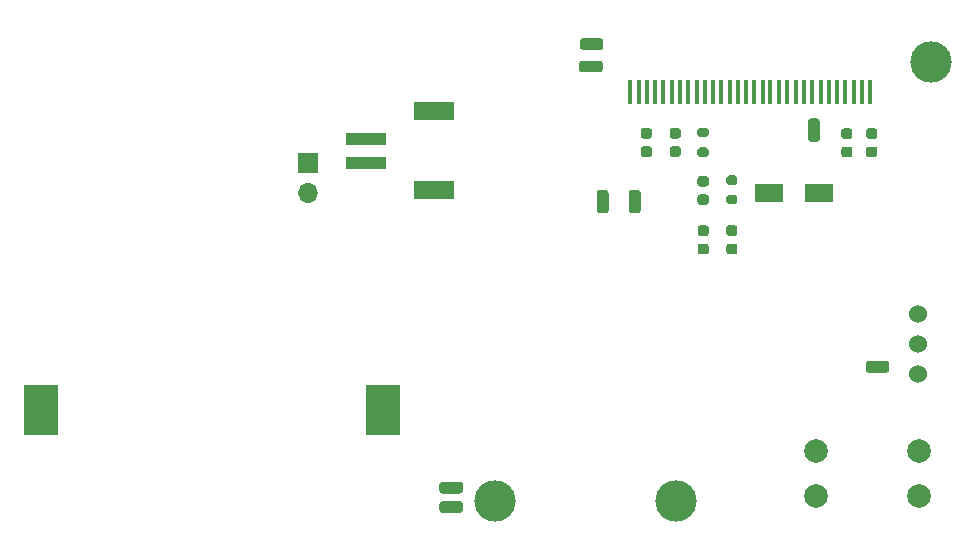
<source format=gbs>
G04 #@! TF.GenerationSoftware,KiCad,Pcbnew,5.1.9-73d0e3b20d~88~ubuntu20.04.1*
G04 #@! TF.CreationDate,2021-01-28T18:16:06+05:30*
G04 #@! TF.ProjectId,open_authenticator,6f70656e-5f61-4757-9468-656e74696361,v01*
G04 #@! TF.SameCoordinates,Original*
G04 #@! TF.FileFunction,Soldermask,Bot*
G04 #@! TF.FilePolarity,Negative*
%FSLAX46Y46*%
G04 Gerber Fmt 4.6, Leading zero omitted, Abs format (unit mm)*
G04 Created by KiCad (PCBNEW 5.1.9-73d0e3b20d~88~ubuntu20.04.1) date 2021-01-28 18:16:06*
%MOMM*%
%LPD*%
G01*
G04 APERTURE LIST*
%ADD10R,3.400000X1.500000*%
%ADD11R,3.500000X1.000000*%
%ADD12C,3.500000*%
%ADD13C,2.000000*%
%ADD14R,0.400000X2.000000*%
%ADD15R,2.350000X1.550000*%
%ADD16R,3.000000X4.200000*%
%ADD17R,1.700000X1.700000*%
%ADD18O,1.700000X1.700000*%
%ADD19C,1.524000*%
G04 APERTURE END LIST*
D10*
X127250900Y-86688680D03*
X127250900Y-93388680D03*
D11*
X121500900Y-89038680D03*
X121500900Y-91038680D03*
D12*
X132422900Y-119659400D03*
X147802600Y-119659400D03*
X169395140Y-82555080D03*
G36*
G01*
X162484880Y-90582200D02*
X161984880Y-90582200D01*
G75*
G02*
X161759880Y-90357200I0J225000D01*
G01*
X161759880Y-89907200D01*
G75*
G02*
X161984880Y-89682200I225000J0D01*
G01*
X162484880Y-89682200D01*
G75*
G02*
X162709880Y-89907200I0J-225000D01*
G01*
X162709880Y-90357200D01*
G75*
G02*
X162484880Y-90582200I-225000J0D01*
G01*
G37*
G36*
G01*
X162484880Y-89032200D02*
X161984880Y-89032200D01*
G75*
G02*
X161759880Y-88807200I0J225000D01*
G01*
X161759880Y-88357200D01*
G75*
G02*
X161984880Y-88132200I225000J0D01*
G01*
X162484880Y-88132200D01*
G75*
G02*
X162709880Y-88357200I0J-225000D01*
G01*
X162709880Y-88807200D01*
G75*
G02*
X162484880Y-89032200I-225000J0D01*
G01*
G37*
G36*
G01*
X164588000Y-90577420D02*
X164088000Y-90577420D01*
G75*
G02*
X163863000Y-90352420I0J225000D01*
G01*
X163863000Y-89902420D01*
G75*
G02*
X164088000Y-89677420I225000J0D01*
G01*
X164588000Y-89677420D01*
G75*
G02*
X164813000Y-89902420I0J-225000D01*
G01*
X164813000Y-90352420D01*
G75*
G02*
X164588000Y-90577420I-225000J0D01*
G01*
G37*
G36*
G01*
X164588000Y-89027420D02*
X164088000Y-89027420D01*
G75*
G02*
X163863000Y-88802420I0J225000D01*
G01*
X163863000Y-88352420D01*
G75*
G02*
X164088000Y-88127420I225000J0D01*
G01*
X164588000Y-88127420D01*
G75*
G02*
X164813000Y-88352420I0J-225000D01*
G01*
X164813000Y-88802420D01*
G75*
G02*
X164588000Y-89027420I-225000J0D01*
G01*
G37*
G36*
G01*
X145512600Y-90556800D02*
X145012600Y-90556800D01*
G75*
G02*
X144787600Y-90331800I0J225000D01*
G01*
X144787600Y-89881800D01*
G75*
G02*
X145012600Y-89656800I225000J0D01*
G01*
X145512600Y-89656800D01*
G75*
G02*
X145737600Y-89881800I0J-225000D01*
G01*
X145737600Y-90331800D01*
G75*
G02*
X145512600Y-90556800I-225000J0D01*
G01*
G37*
G36*
G01*
X145512600Y-89006800D02*
X145012600Y-89006800D01*
G75*
G02*
X144787600Y-88781800I0J225000D01*
G01*
X144787600Y-88331800D01*
G75*
G02*
X145012600Y-88106800I225000J0D01*
G01*
X145512600Y-88106800D01*
G75*
G02*
X145737600Y-88331800I0J-225000D01*
G01*
X145737600Y-88781800D01*
G75*
G02*
X145512600Y-89006800I-225000J0D01*
G01*
G37*
G36*
G01*
X147948460Y-90552020D02*
X147448460Y-90552020D01*
G75*
G02*
X147223460Y-90327020I0J225000D01*
G01*
X147223460Y-89877020D01*
G75*
G02*
X147448460Y-89652020I225000J0D01*
G01*
X147948460Y-89652020D01*
G75*
G02*
X148173460Y-89877020I0J-225000D01*
G01*
X148173460Y-90327020D01*
G75*
G02*
X147948460Y-90552020I-225000J0D01*
G01*
G37*
G36*
G01*
X147948460Y-89002020D02*
X147448460Y-89002020D01*
G75*
G02*
X147223460Y-88777020I0J225000D01*
G01*
X147223460Y-88327020D01*
G75*
G02*
X147448460Y-88102020I225000J0D01*
G01*
X147948460Y-88102020D01*
G75*
G02*
X148173460Y-88327020I0J-225000D01*
G01*
X148173460Y-88777020D01*
G75*
G02*
X147948460Y-89002020I-225000J0D01*
G01*
G37*
G36*
G01*
X150323360Y-98801640D02*
X149823360Y-98801640D01*
G75*
G02*
X149598360Y-98576640I0J225000D01*
G01*
X149598360Y-98126640D01*
G75*
G02*
X149823360Y-97901640I225000J0D01*
G01*
X150323360Y-97901640D01*
G75*
G02*
X150548360Y-98126640I0J-225000D01*
G01*
X150548360Y-98576640D01*
G75*
G02*
X150323360Y-98801640I-225000J0D01*
G01*
G37*
G36*
G01*
X150323360Y-97251640D02*
X149823360Y-97251640D01*
G75*
G02*
X149598360Y-97026640I0J225000D01*
G01*
X149598360Y-96576640D01*
G75*
G02*
X149823360Y-96351640I225000J0D01*
G01*
X150323360Y-96351640D01*
G75*
G02*
X150548360Y-96576640I0J-225000D01*
G01*
X150548360Y-97026640D01*
G75*
G02*
X150323360Y-97251640I-225000J0D01*
G01*
G37*
G36*
G01*
X152749060Y-98786400D02*
X152249060Y-98786400D01*
G75*
G02*
X152024060Y-98561400I0J225000D01*
G01*
X152024060Y-98111400D01*
G75*
G02*
X152249060Y-97886400I225000J0D01*
G01*
X152749060Y-97886400D01*
G75*
G02*
X152974060Y-98111400I0J-225000D01*
G01*
X152974060Y-98561400D01*
G75*
G02*
X152749060Y-98786400I-225000J0D01*
G01*
G37*
G36*
G01*
X152749060Y-97236400D02*
X152249060Y-97236400D01*
G75*
G02*
X152024060Y-97011400I0J225000D01*
G01*
X152024060Y-96561400D01*
G75*
G02*
X152249060Y-96336400I225000J0D01*
G01*
X152749060Y-96336400D01*
G75*
G02*
X152974060Y-96561400I0J-225000D01*
G01*
X152974060Y-97011400D01*
G75*
G02*
X152749060Y-97236400I-225000J0D01*
G01*
G37*
G36*
G01*
X150313200Y-94620300D02*
X149813200Y-94620300D01*
G75*
G02*
X149588200Y-94395300I0J225000D01*
G01*
X149588200Y-93945300D01*
G75*
G02*
X149813200Y-93720300I225000J0D01*
G01*
X150313200Y-93720300D01*
G75*
G02*
X150538200Y-93945300I0J-225000D01*
G01*
X150538200Y-94395300D01*
G75*
G02*
X150313200Y-94620300I-225000J0D01*
G01*
G37*
G36*
G01*
X150313200Y-93070300D02*
X149813200Y-93070300D01*
G75*
G02*
X149588200Y-92845300I0J225000D01*
G01*
X149588200Y-92395300D01*
G75*
G02*
X149813200Y-92170300I225000J0D01*
G01*
X150313200Y-92170300D01*
G75*
G02*
X150538200Y-92395300I0J-225000D01*
G01*
X150538200Y-92845300D01*
G75*
G02*
X150313200Y-93070300I-225000J0D01*
G01*
G37*
D13*
X159660000Y-119261720D03*
X168300000Y-119261720D03*
X168300000Y-115461720D03*
X159660000Y-115461720D03*
G36*
G01*
X150333120Y-90546640D02*
X149783120Y-90546640D01*
G75*
G02*
X149583120Y-90346640I0J200000D01*
G01*
X149583120Y-89946640D01*
G75*
G02*
X149783120Y-89746640I200000J0D01*
G01*
X150333120Y-89746640D01*
G75*
G02*
X150533120Y-89946640I0J-200000D01*
G01*
X150533120Y-90346640D01*
G75*
G02*
X150333120Y-90546640I-200000J0D01*
G01*
G37*
G36*
G01*
X150333120Y-88896640D02*
X149783120Y-88896640D01*
G75*
G02*
X149583120Y-88696640I0J200000D01*
G01*
X149583120Y-88296640D01*
G75*
G02*
X149783120Y-88096640I200000J0D01*
G01*
X150333120Y-88096640D01*
G75*
G02*
X150533120Y-88296640I0J-200000D01*
G01*
X150533120Y-88696640D01*
G75*
G02*
X150333120Y-88896640I-200000J0D01*
G01*
G37*
G36*
G01*
X152771520Y-94572540D02*
X152221520Y-94572540D01*
G75*
G02*
X152021520Y-94372540I0J200000D01*
G01*
X152021520Y-93972540D01*
G75*
G02*
X152221520Y-93772540I200000J0D01*
G01*
X152771520Y-93772540D01*
G75*
G02*
X152971520Y-93972540I0J-200000D01*
G01*
X152971520Y-94372540D01*
G75*
G02*
X152771520Y-94572540I-200000J0D01*
G01*
G37*
G36*
G01*
X152771520Y-92922540D02*
X152221520Y-92922540D01*
G75*
G02*
X152021520Y-92722540I0J200000D01*
G01*
X152021520Y-92322540D01*
G75*
G02*
X152221520Y-92122540I200000J0D01*
G01*
X152771520Y-92122540D01*
G75*
G02*
X152971520Y-92322540I0J-200000D01*
G01*
X152971520Y-92722540D01*
G75*
G02*
X152771520Y-92922540I-200000J0D01*
G01*
G37*
D14*
X154406080Y-85046820D03*
X153706080Y-85046820D03*
X164206080Y-85046820D03*
X163506080Y-85046820D03*
X162806080Y-85046820D03*
X162106080Y-85046820D03*
X161406080Y-85046820D03*
X160706080Y-85046820D03*
X160006080Y-85046820D03*
X159306080Y-85046820D03*
X158606080Y-85046820D03*
X157906080Y-85046820D03*
X157206080Y-85046820D03*
X156506080Y-85046820D03*
X155756080Y-85046820D03*
X155106080Y-85046820D03*
X153006080Y-85046820D03*
X152306080Y-85046820D03*
X151606080Y-85046820D03*
X150906080Y-85046820D03*
X150206080Y-85046820D03*
X149506080Y-85046820D03*
X148806080Y-85046820D03*
X148106080Y-85046820D03*
X147406080Y-85046820D03*
X146706080Y-85046820D03*
X146006080Y-85046820D03*
X145306080Y-85046820D03*
X144606080Y-85046820D03*
X143906080Y-85046820D03*
D15*
X159909400Y-93609160D03*
X155609400Y-93609160D03*
D16*
X94000000Y-112000000D03*
X123000000Y-112000000D03*
G36*
G01*
X165578220Y-108828460D02*
X164078220Y-108828460D01*
G75*
G02*
X163828220Y-108578460I0J250000D01*
G01*
X163828220Y-108078460D01*
G75*
G02*
X164078220Y-107828460I250000J0D01*
G01*
X165578220Y-107828460D01*
G75*
G02*
X165828220Y-108078460I0J-250000D01*
G01*
X165828220Y-108578460D01*
G75*
G02*
X165578220Y-108828460I-250000J0D01*
G01*
G37*
G36*
G01*
X143779620Y-95085600D02*
X143779620Y-93585600D01*
G75*
G02*
X144029620Y-93335600I250000J0D01*
G01*
X144529620Y-93335600D01*
G75*
G02*
X144779620Y-93585600I0J-250000D01*
G01*
X144779620Y-95085600D01*
G75*
G02*
X144529620Y-95335600I-250000J0D01*
G01*
X144029620Y-95335600D01*
G75*
G02*
X143779620Y-95085600I0J250000D01*
G01*
G37*
G36*
G01*
X139877100Y-80498060D02*
X141377100Y-80498060D01*
G75*
G02*
X141627100Y-80748060I0J-250000D01*
G01*
X141627100Y-81248060D01*
G75*
G02*
X141377100Y-81498060I-250000J0D01*
G01*
X139877100Y-81498060D01*
G75*
G02*
X139627100Y-81248060I0J250000D01*
G01*
X139627100Y-80748060D01*
G75*
G02*
X139877100Y-80498060I250000J0D01*
G01*
G37*
G36*
G01*
X139811060Y-82395440D02*
X141311060Y-82395440D01*
G75*
G02*
X141561060Y-82645440I0J-250000D01*
G01*
X141561060Y-83145440D01*
G75*
G02*
X141311060Y-83395440I-250000J0D01*
G01*
X139811060Y-83395440D01*
G75*
G02*
X139561060Y-83145440I0J250000D01*
G01*
X139561060Y-82645440D01*
G75*
G02*
X139811060Y-82395440I250000J0D01*
G01*
G37*
G36*
G01*
X129484820Y-119054500D02*
X127984820Y-119054500D01*
G75*
G02*
X127734820Y-118804500I0J250000D01*
G01*
X127734820Y-118304500D01*
G75*
G02*
X127984820Y-118054500I250000J0D01*
G01*
X129484820Y-118054500D01*
G75*
G02*
X129734820Y-118304500I0J-250000D01*
G01*
X129734820Y-118804500D01*
G75*
G02*
X129484820Y-119054500I-250000J0D01*
G01*
G37*
G36*
G01*
X129484820Y-120705500D02*
X127984820Y-120705500D01*
G75*
G02*
X127734820Y-120455500I0J250000D01*
G01*
X127734820Y-119955500D01*
G75*
G02*
X127984820Y-119705500I250000J0D01*
G01*
X129484820Y-119705500D01*
G75*
G02*
X129734820Y-119955500I0J-250000D01*
G01*
X129734820Y-120455500D01*
G75*
G02*
X129484820Y-120705500I-250000J0D01*
G01*
G37*
G36*
G01*
X158943420Y-89032780D02*
X158943420Y-87532780D01*
G75*
G02*
X159193420Y-87282780I250000J0D01*
G01*
X159693420Y-87282780D01*
G75*
G02*
X159943420Y-87532780I0J-250000D01*
G01*
X159943420Y-89032780D01*
G75*
G02*
X159693420Y-89282780I-250000J0D01*
G01*
X159193420Y-89282780D01*
G75*
G02*
X158943420Y-89032780I0J250000D01*
G01*
G37*
G36*
G01*
X141059280Y-95085600D02*
X141059280Y-93585600D01*
G75*
G02*
X141309280Y-93335600I250000J0D01*
G01*
X141809280Y-93335600D01*
G75*
G02*
X142059280Y-93585600I0J-250000D01*
G01*
X142059280Y-95085600D01*
G75*
G02*
X141809280Y-95335600I-250000J0D01*
G01*
X141309280Y-95335600D01*
G75*
G02*
X141059280Y-95085600I0J250000D01*
G01*
G37*
D17*
X116636800Y-91033600D03*
D18*
X116636800Y-93573600D03*
D19*
X168216580Y-103827580D03*
X168216580Y-106367580D03*
X168216580Y-108907580D03*
M02*

</source>
